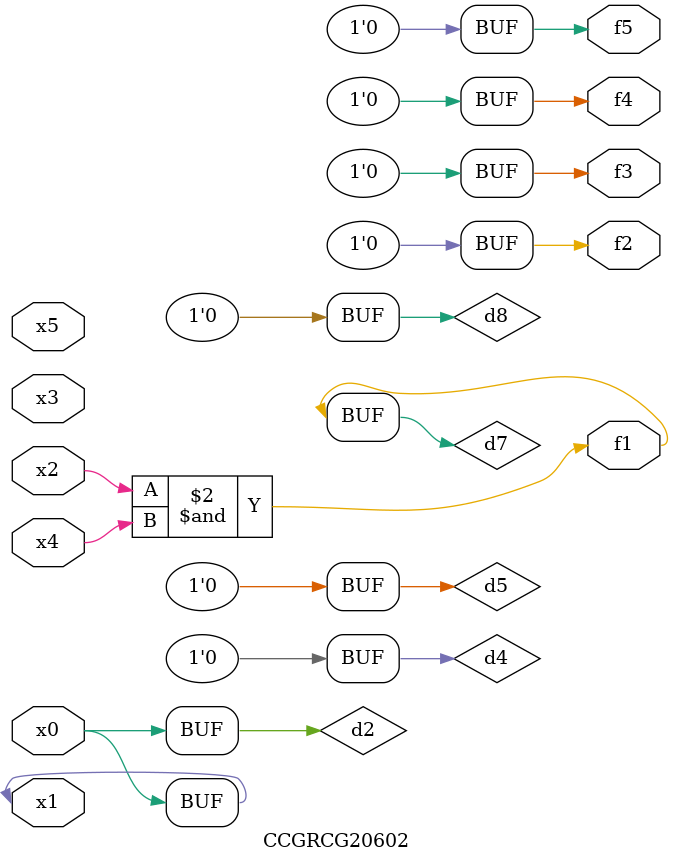
<source format=v>
module CCGRCG20602(
	input x0, x1, x2, x3, x4, x5,
	output f1, f2, f3, f4, f5
);

	wire d1, d2, d3, d4, d5, d6, d7, d8, d9;

	nand (d1, x1);
	buf (d2, x0, x1);
	nand (d3, x2, x4);
	and (d4, d1, d2);
	and (d5, d1, d2);
	nand (d6, d1, d3);
	not (d7, d3);
	xor (d8, d5);
	nor (d9, d5, d6);
	assign f1 = d7;
	assign f2 = d8;
	assign f3 = d8;
	assign f4 = d8;
	assign f5 = d8;
endmodule

</source>
